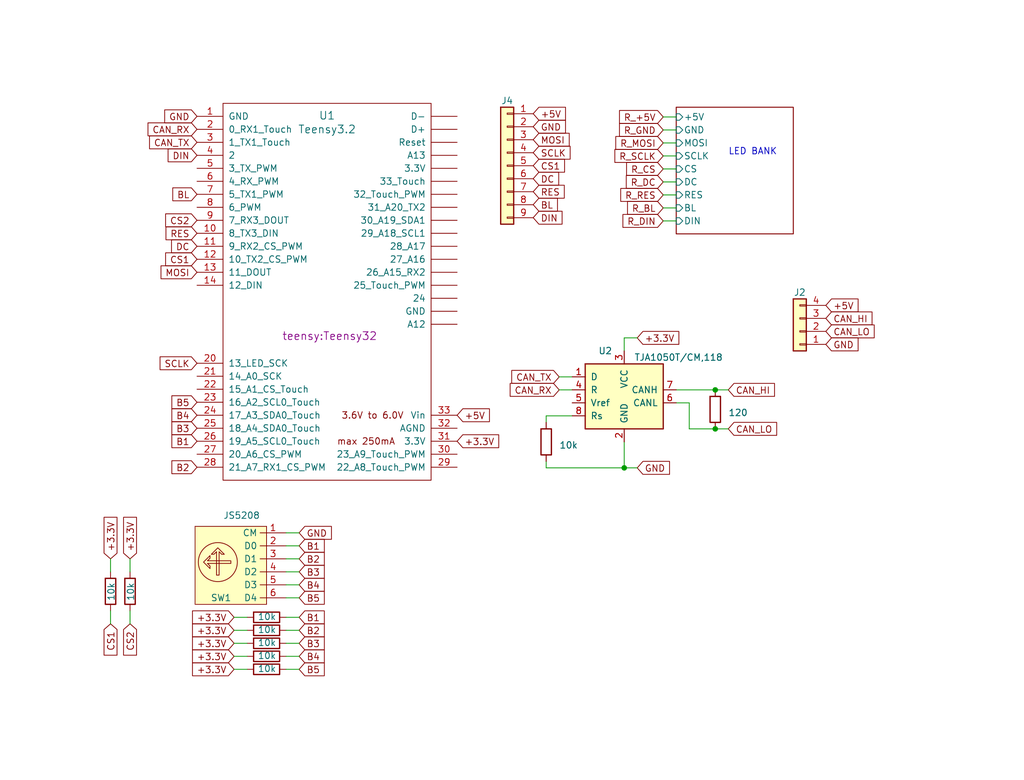
<source format=kicad_sch>
(kicad_sch (version 20230121) (generator eeschema)
  (paper "User" 200 152.4)
  (lib_symbols
    (symbol "Connector_Generic:Conn_01x04" (pin_names (offset 1.016) hide)
      (property "Reference" "J" (at 0 5.08 0))
      (property "Value" "Conn_01x04" (at 0 -7.62 0))
      (symbol "Conn_01x04_1_1"
        (rectangle (start -1.27 -4.953) (end 0 -5.207) (stroke (width 0.1524)))
        (rectangle (start -1.27 -2.413) (end 0 -2.667) (stroke (width 0.1524)))
        (rectangle (start -1.27 0.127) (end 0 -0.127) (stroke (width 0.1524)))
        (rectangle (start -1.27 2.667) (end 0 2.413) (stroke (width 0.1524)))
        (rectangle (start -1.27 3.81) (end 1.27 -6.35) (stroke (width 0.254)) (fill (type background)))
        (pin passive line (at -5.08 2.54 0) (length 3.81) (name "Pin_1") (number "1"))
        (pin passive line (at -5.08 0 0) (length 3.81) (name "Pin_2") (number "2"))
        (pin passive line (at -5.08 -2.54 0) (length 3.81) (name "Pin_3") (number "3"))
        (pin passive line (at -5.08 -5.08 0) (length 3.81) (name "Pin_4") (number "4"))
      )
    )
    (symbol "Connector_Generic:Conn_01x09" (pin_names (offset 1.016) hide)
      (property "Reference" "J" (at 0 12.7 0))
      (property "Value" "Conn_01x09" (at 0 -12.7 0))
      (symbol "Conn_01x09_1_1"
        (rectangle (start -1.27 -10.033) (end 0 -10.287) (stroke (width 0.1524)))
        (rectangle (start -1.27 -7.493) (end 0 -7.747) (stroke (width 0.1524)))
        (rectangle (start -1.27 -4.953) (end 0 -5.207) (stroke (width 0.1524)))
        (rectangle (start -1.27 -2.413) (end 0 -2.667) (stroke (width 0.1524)))
        (rectangle (start -1.27 0.127) (end 0 -0.127) (stroke (width 0.1524)))
        (rectangle (start -1.27 2.667) (end 0 2.413) (stroke (width 0.1524)))
        (rectangle (start -1.27 5.207) (end 0 4.953) (stroke (width 0.1524)))
        (rectangle (start -1.27 7.747) (end 0 7.493) (stroke (width 0.1524)))
        (rectangle (start -1.27 10.287) (end 0 10.033) (stroke (width 0.1524)))
        (rectangle (start -1.27 11.43) (end 1.27 -11.43) (stroke (width 0.254)) (fill (type background)))
        (pin passive line (at -5.08 10.16 0) (length 3.81) (name "Pin_1") (number "1"))
        (pin passive line (at -5.08 7.62 0) (length 3.81) (name "Pin_2") (number "2"))
        (pin passive line (at -5.08 5.08 0) (length 3.81) (name "Pin_3") (number "3"))
        (pin passive line (at -5.08 2.54 0) (length 3.81) (name "Pin_4") (number "4"))
        (pin passive line (at -5.08 0 0) (length 3.81) (name "Pin_5") (number "5"))
        (pin passive line (at -5.08 -2.54 0) (length 3.81) (name "Pin_6") (number "6"))
        (pin passive line (at -5.08 -5.08 0) (length 3.81) (name "Pin_7") (number "7"))
        (pin passive line (at -5.08 -7.62 0) (length 3.81) (name "Pin_8") (number "8"))
        (pin passive line (at -5.08 -10.16 0) (length 3.81) (name "Pin_9") (number "9"))
      )
    )
    (symbol "Device:R" (pin_numbers hide) (pin_names (offset 0))
      (property "Reference" "R" (at 2.032 0 90))
      (property "Value" "R" (at 0 0 90))
      (symbol "R_0_1"
        (rectangle (start -1.016 -2.54) (end 1.016 2.54) (stroke (width 0.254)))
      )
      (symbol "R_1_1"
        (pin passive line (at 0 3.81 270) (length 1.27) (name "~") (number "1"))
        (pin passive line (at 0 -3.81 90) (length 1.27) (name "~") (number "2"))
      )
    )
    (symbol "Interface_CAN_LIN:SN65HVD230" (pin_names (offset 1.016))
      (property "Reference" "U" (at -2.54 10.16 0))
      (property "Value" "SN65HVD230" (at -2.54 7.62 0))
      (symbol "SN65HVD230_0_1"
        (rectangle (start -7.62 5.08) (end 7.62 -7.62) (stroke (width 0.254)) (fill (type background)))
      )
      (symbol "SN65HVD230_1_1"
        (pin input line (at -10.16 2.54 0) (length 2.54) (name "D") (number "1"))
        (pin power_in line (at 0 -10.16 90) (length 2.54) (name "GND") (number "2"))
        (pin power_in line (at 0 7.62 270) (length 2.54) (name "VCC") (number "3"))
        (pin output line (at -10.16 0 0) (length 2.54) (name "R") (number "4"))
        (pin output line (at -10.16 -2.54 0) (length 2.54) (name "Vref") (number "5"))
        (pin bidirectional line (at 10.16 -2.54 180) (length 2.54) (name "CANL") (number "6"))
        (pin bidirectional line (at 10.16 0 180) (length 2.54) (name "CANH") (number "7"))
        (pin input line (at -10.16 -5.08 0) (length 2.54) (name "Rs") (number "8"))
      )
    )
    (symbol "speed_joystick-rescue:Joy_switch-Switch-joystick-rescue"
      (property "Reference" "SW" (at -6.35 8.89 0))
      (property "Value" "joystick-rescue_Joy_switch-Switch" (at -2.54 -10.16 0))
      (symbol "Joy_switch-Switch-joystick-rescue_0_1"
        (rectangle (start -5.08 7.62) (end 8.89 -7.62) (fill (type background)))
        (circle (center -0.635 0.635) (radius 3.81))
        (polyline (pts (xy -0.889 -1.905) (xy -0.889 2.667) (xy -1.397 2.159) (xy -1.905 2.159) (xy -0.635 3.429) (xy 0.635 2.159) (xy 0.127 2.159) (xy -0.381 2.667) (xy -0.381 -1.905) (xy -0.889 -1.905) (xy -0.889 -1.905)))
      )
      (symbol "Joy_switch-Switch-joystick-rescue_1_1"
        (polyline (pts (xy 1.905 0.381) (xy -2.667 0.381) (xy -2.159 -0.127) (xy -2.159 -0.635) (xy -3.429 0.635) (xy -2.159 1.905) (xy -2.159 1.397) (xy -2.667 0.889) (xy 1.905 0.889) (xy 1.905 0.381) (xy 1.905 0.381)))
        (pin passive line (at 12.7 6.35 180) (length 5.08) (name "CM") (number "1"))
        (pin passive line (at 12.7 3.81 180) (length 5.08) (name "D0") (number "2"))
        (pin passive line (at 12.7 1.27 180) (length 5.08) (name "D1") (number "3"))
        (pin passive line (at 12.7 -1.27 180) (length 5.08) (name "D2") (number "4"))
        (pin passive line (at 12.7 -3.81 180) (length 5.08) (name "D3") (number "5"))
        (pin passive line (at 12.7 -6.35 180) (length 5.08) (name "D4") (number "6"))
      )
    )
    (symbol "teensy:Teensy3.2" (pin_names (offset 1.016))
      (property "Reference" "U" (at 0 39.37 0))
      (property "Value" "Teensy3.2" (at 0 -39.37 0))
      (symbol "Teensy3.2_0_0"
        (text "3.6V to 6.0V" (at 8.89 -24.13 0) (effects (font (size 1.27 1.27))))
        (text "max 250mA" (at 7.62 -29.21 0) (effects (font (size 1.27 1.27))))
      )
      (symbol "Teensy3.2_0_1"
        (rectangle (start -20.32 -36.83) (end 20.32 36.83))
      )
      (symbol "Teensy3.2_1_1"
        (pin power_in line (at -25.4 34.29 0) (length 5.08) (name "GND") (number "1"))
        (pin bidirectional line (at -25.4 11.43 0) (length 5.08) (name "8_TX3_DIN") (number "10"))
        (pin bidirectional line (at -25.4 8.89 0) (length 5.08) (name "9_RX2_CS_PWM") (number "11"))
        (pin bidirectional line (at -25.4 6.35 0) (length 5.08) (name "10_TX2_CS_PWM") (number "12"))
        (pin bidirectional line (at -25.4 3.81 0) (length 5.08) (name "11_DOUT") (number "13"))
        (pin bidirectional line (at -25.4 1.27 0) (length 5.08) (name "12_DIN") (number "14"))
        (pin bidirectional line (at -25.4 31.75 0) (length 5.08) (name "0_RX1_Touch") (number "2"))
        (pin bidirectional line (at -25.4 -13.97 0) (length 5.08) (name "13_LED_SCK") (number "20"))
        (pin bidirectional line (at -25.4 -16.51 0) (length 5.08) (name "14_A0_SCK") (number "21"))
        (pin bidirectional line (at -25.4 -19.05 0) (length 5.08) (name "15_A1_CS_Touch") (number "22"))
        (pin bidirectional line (at -25.4 -21.59 0) (length 5.08) (name "16_A2_SCL0_Touch") (number "23"))
        (pin bidirectional line (at -25.4 -24.13 0) (length 5.08) (name "17_A3_SDA0_Touch") (number "24"))
        (pin bidirectional line (at -25.4 -26.67 0) (length 5.08) (name "18_A4_SDA0_Touch") (number "25"))
        (pin bidirectional line (at -25.4 -29.21 0) (length 5.08) (name "19_A5_SCL0_Touch") (number "26"))
        (pin bidirectional line (at -25.4 -31.75 0) (length 5.08) (name "20_A6_CS_PWM") (number "27"))
        (pin bidirectional line (at -25.4 -34.29 0) (length 5.08) (name "21_A7_RX1_CS_PWM") (number "28"))
        (pin bidirectional line (at 25.4 -34.29 180) (length 5.08) (name "22_A8_Touch_PWM") (number "29"))
        (pin bidirectional line (at -25.4 29.21 0) (length 5.08) (name "1_TX1_Touch") (number "3"))
        (pin bidirectional line (at 25.4 -31.75 180) (length 5.08) (name "23_A9_Touch_PWM") (number "30"))
        (pin power_out line (at 25.4 -29.21 180) (length 5.08) (name "3.3V") (number "31"))
        (pin power_out line (at 25.4 -26.67 180) (length 5.08) (name "AGND") (number "32"))
        (pin power_in line (at 25.4 -24.13 180) (length 5.08) (name "Vin") (number "33"))
        (pin bidirectional line (at -25.4 26.67 0) (length 5.08) (name "2") (number "4"))
        (pin bidirectional line (at -25.4 24.13 0) (length 5.08) (name "3_TX_PWM") (number "5"))
        (pin bidirectional line (at -25.4 21.59 0) (length 5.08) (name "4_RX_PWM") (number "6"))
        (pin bidirectional line (at -25.4 19.05 0) (length 5.08) (name "5_TX1_PWM") (number "7"))
        (pin bidirectional line (at -25.4 16.51 0) (length 5.08) (name "6_PWM") (number "8"))
        (pin bidirectional line (at -25.4 13.97 0) (length 5.08) (name "7_RX3_DOUT") (number "9"))
        (pin bidirectional line (at 25.4 -1.27 180) (length 5.08) (name "24") (number "~"))
        (pin bidirectional line (at 25.4 1.27 180) (length 5.08) (name "25_Touch_PWM") (number "~"))
        (pin bidirectional line (at 25.4 3.81 180) (length 5.08) (name "26_A15_RX2") (number "~"))
        (pin bidirectional line (at 25.4 6.35 180) (length 5.08) (name "27_A16") (number "~"))
        (pin bidirectional line (at 25.4 8.89 180) (length 5.08) (name "28_A17") (number "~"))
        (pin bidirectional line (at 25.4 11.43 180) (length 5.08) (name "29_A18_SCL1") (number "~"))
        (pin power_out line (at 25.4 24.13 180) (length 5.08) (name "3.3V") (number "~"))
        (pin bidirectional line (at 25.4 13.97 180) (length 5.08) (name "30_A19_SDA1") (number "~"))
        (pin bidirectional line (at 25.4 16.51 180) (length 5.08) (name "31_A20_TX2") (number "~"))
        (pin bidirectional line (at 25.4 19.05 180) (length 5.08) (name "32_Touch_PWM") (number "~"))
        (pin bidirectional line (at 25.4 21.59 180) (length 5.08) (name "33_Touch") (number "~"))
        (pin bidirectional line (at 25.4 -6.35 180) (length 5.08) (name "A12") (number "~"))
        (pin bidirectional line (at 25.4 26.67 180) (length 5.08) (name "A13") (number "~"))
        (pin bidirectional line (at 25.4 31.75 180) (length 5.08) (name "D+") (number "~"))
        (pin bidirectional line (at 25.4 34.29 180) (length 5.08) (name "D-") (number "~"))
        (pin power_in line (at 25.4 -3.81 180) (length 5.08) (name "GND") (number "~"))
        (pin input line (at 25.4 29.21 180) (length 5.08) (name "Reset") (number "~"))
      )
    )
  )
  (junction (at 121.92 91.44))
  (junction (at 139.7 83.82))
  (junction (at 139.7 76.2))
  (wire (pts (xy 139.7 76.2) (xy 142.24 76.2)))
  (wire (pts (xy 129.54 25.4) (xy 132.08 25.4)))
  (wire (pts (xy 109.22 73.66) (xy 111.76 73.66)))
  (wire (pts (xy 139.7 83.82) (xy 142.24 83.82)))
  (wire (pts (xy 45.72 128.27) (xy 48.26 128.27)))
  (wire (pts (xy 55.88 130.81) (xy 58.42 130.81)))
  (wire (pts (xy 129.54 30.48) (xy 132.08 30.48)))
  (wire (pts (xy 58.42 109.22) (xy 55.88 109.22)))
  (wire (pts (xy 106.68 91.44) (xy 121.92 91.44)))
  (wire (pts (xy 124.46 66.04) (xy 121.92 66.04)))
  (wire (pts (xy 106.68 81.28) (xy 111.76 81.28)))
  (wire (pts (xy 109.22 76.2) (xy 111.76 76.2)))
  (wire (pts (xy 45.72 123.19) (xy 48.26 123.19)))
  (wire (pts (xy 129.54 38.1) (xy 132.08 38.1)))
  (wire (pts (xy 121.92 86.36) (xy 121.92 91.44)))
  (wire (pts (xy 121.92 66.04) (xy 121.92 68.58)))
  (wire (pts (xy 25.4 109.22) (xy 25.4 111.76)))
  (wire (pts (xy 106.68 90.17) (xy 106.68 91.44)))
  (wire (pts (xy 55.88 120.65) (xy 58.42 120.65)))
  (wire (pts (xy 45.72 130.81) (xy 48.26 130.81)))
  (wire (pts (xy 134.62 78.74) (xy 134.62 83.82)))
  (wire (pts (xy 55.88 123.19) (xy 58.42 123.19)))
  (wire (pts (xy 129.54 22.86) (xy 132.08 22.86)))
  (wire (pts (xy 25.4 119.38) (xy 25.4 121.92)))
  (wire (pts (xy 55.88 128.27) (xy 58.42 128.27)))
  (wire (pts (xy 58.42 104.14) (xy 55.88 104.14)))
  (wire (pts (xy 58.42 114.3) (xy 55.88 114.3)))
  (wire (pts (xy 134.62 83.82) (xy 139.7 83.82)))
  (wire (pts (xy 58.42 106.68) (xy 55.88 106.68)))
  (wire (pts (xy 21.59 109.22) (xy 21.59 111.76)))
  (wire (pts (xy 58.42 111.76) (xy 55.88 111.76)))
  (wire (pts (xy 58.42 116.84) (xy 55.88 116.84)))
  (wire (pts (xy 106.68 81.28) (xy 106.68 82.55)))
  (wire (pts (xy 129.54 40.64) (xy 132.08 40.64)))
  (wire (pts (xy 129.54 35.56) (xy 132.08 35.56)))
  (wire (pts (xy 129.54 27.94) (xy 132.08 27.94)))
  (wire (pts (xy 124.46 91.44) (xy 121.92 91.44)))
  (wire (pts (xy 132.08 76.2) (xy 139.7 76.2)))
  (wire (pts (xy 132.08 78.74) (xy 134.62 78.74)))
  (wire (pts (xy 45.72 120.65) (xy 48.26 120.65)))
  (wire (pts (xy 45.72 125.73) (xy 48.26 125.73)))
  (wire (pts (xy 129.54 33.02) (xy 132.08 33.02)))
  (wire (pts (xy 21.59 119.38) (xy 21.59 121.92)))
  (wire (pts (xy 55.88 125.73) (xy 58.42 125.73)))
  (wire (pts (xy 129.54 43.18) (xy 132.08 43.18)))
  (text "LED BANK" (at 142.24 30.48 0) (effects (font (size 1.27 1.27)) (justify left bottom)))
  (global_label "B3" (shape input) (at 38.481 83.693 180) (property "Intersheetrefs" "${INTERSHEET_REFS}" (effects hide)))
  (global_label "CS2" (shape input) (at 38.481 43.053 180) (property "Intersheetrefs" "${INTERSHEET_REFS}" (effects hide)))
  (global_label "SCLK" (shape input) (at 104.14 29.845 0) (property "Intersheetrefs" "${INTERSHEET_REFS}" (effects hide)))
  (global_label "CS2" (shape input) (at 25.4 121.92 270) (property "Intersheetrefs" "${INTERSHEET_REFS}" (effects hide)))
  (global_label "+5V" (shape input) (at 104.14 22.225 0) (property "Intersheetrefs" "${INTERSHEET_REFS}" (effects hide)))
  (global_label "DC" (shape input) (at 38.481 48.133 180) (property "Intersheetrefs" "${INTERSHEET_REFS}" (effects hide)))
  (global_label "GND" (shape input) (at 104.14 24.765 0) (property "Intersheetrefs" "${INTERSHEET_REFS}" (effects hide)))
  (global_label "B3" (shape input) (at 58.42 111.76 0) (property "Intersheetrefs" "${INTERSHEET_REFS}" (effects hide)))
  (global_label "R_DC" (shape input) (at 129.54 35.56 180) (property "Intersheetrefs" "${INTERSHEET_REFS}" (effects hide)))
  (global_label "+3.3V" (shape input) (at 21.59 109.22 90) (property "Intersheetrefs" "${INTERSHEET_REFS}" (effects hide)))
  (global_label "B2" (shape input) (at 58.42 123.19 0) (property "Intersheetrefs" "${INTERSHEET_REFS}" (effects hide)))
  (global_label "CAN_LO" (shape input) (at 142.24 83.82 0) (property "Intersheetrefs" "${INTERSHEET_REFS}" (effects hide)))
  (global_label "GND" (shape input) (at 38.481 22.733 180) (property "Intersheetrefs" "${INTERSHEET_REFS}" (effects hide)))
  (global_label "R_MOSI" (shape input) (at 129.54 27.94 180) (property "Intersheetrefs" "${INTERSHEET_REFS}" (effects hide)))
  (global_label "CS1" (shape input) (at 38.481 50.673 180) (property "Intersheetrefs" "${INTERSHEET_REFS}" (effects hide)))
  (global_label "RES" (shape input) (at 104.14 37.465 0) (property "Intersheetrefs" "${INTERSHEET_REFS}" (effects hide)))
  (global_label "BL" (shape input) (at 38.481 37.973 180) (property "Intersheetrefs" "${INTERSHEET_REFS}" (effects hide)))
  (global_label "B5" (shape input) (at 58.42 116.84 0) (property "Intersheetrefs" "${INTERSHEET_REFS}" (effects hide)))
  (global_label "+5V" (shape input) (at 161.29 59.69 0) (property "Intersheetrefs" "${INTERSHEET_REFS}" (effects hide)))
  (global_label "DC" (shape input) (at 104.14 34.925 0) (property "Intersheetrefs" "${INTERSHEET_REFS}" (effects hide)))
  (global_label "R_SCLK" (shape input) (at 129.54 30.48 180) (property "Intersheetrefs" "${INTERSHEET_REFS}" (effects hide)))
  (global_label "R_DIN" (shape input) (at 129.54 43.18 180) (property "Intersheetrefs" "${INTERSHEET_REFS}" (effects hide)))
  (global_label "B1" (shape input) (at 58.42 106.68 0) (property "Intersheetrefs" "${INTERSHEET_REFS}" (effects hide)))
  (global_label "R_+5V" (shape input) (at 129.54 22.86 180) (property "Intersheetrefs" "${INTERSHEET_REFS}" (effects hide)))
  (global_label "B1" (shape input) (at 58.42 120.65 0) (property "Intersheetrefs" "${INTERSHEET_REFS}" (effects hide)))
  (global_label "DIN" (shape input) (at 104.14 42.545 0) (property "Intersheetrefs" "${INTERSHEET_REFS}" (effects hide)))
  (global_label "B4" (shape input) (at 38.481 81.153 180) (property "Intersheetrefs" "${INTERSHEET_REFS}" (effects hide)))
  (global_label "+3.3V" (shape input) (at 124.46 66.04 0) (property "Intersheetrefs" "${INTERSHEET_REFS}" (effects hide)))
  (global_label "+3.3V" (shape input) (at 45.72 125.73 180) (property "Intersheetrefs" "${INTERSHEET_REFS}" (effects hide)))
  (global_label "+3.3V" (shape input) (at 45.72 123.19 180) (property "Intersheetrefs" "${INTERSHEET_REFS}" (effects hide)))
  (global_label "GND" (shape input) (at 58.42 104.14 0) (property "Intersheetrefs" "${INTERSHEET_REFS}" (effects hide)))
  (global_label "CAN_TX" (shape input) (at 38.481 27.813 180) (property "Intersheetrefs" "${INTERSHEET_REFS}" (effects hide)))
  (global_label "+3.3V" (shape input) (at 45.72 120.65 180) (property "Intersheetrefs" "${INTERSHEET_REFS}" (effects hide)))
  (global_label "CAN_LO" (shape input) (at 161.29 64.77 0) (property "Intersheetrefs" "${INTERSHEET_REFS}" (effects hide)))
  (global_label "R_BL" (shape input) (at 129.54 40.64 180) (property "Intersheetrefs" "${INTERSHEET_REFS}" (effects hide)))
  (global_label "CS1" (shape input) (at 104.14 32.385 0) (property "Intersheetrefs" "${INTERSHEET_REFS}" (effects hide)))
  (global_label "CAN_HI" (shape input) (at 161.29 62.23 0) (property "Intersheetrefs" "${INTERSHEET_REFS}" (effects hide)))
  (global_label "B3" (shape input) (at 58.42 125.73 0) (property "Intersheetrefs" "${INTERSHEET_REFS}" (effects hide)))
  (global_label "SCLK" (shape input) (at 38.481 70.993 180) (property "Intersheetrefs" "${INTERSHEET_REFS}" (effects hide)))
  (global_label "+3.3V" (shape input) (at 45.72 128.27 180) (property "Intersheetrefs" "${INTERSHEET_REFS}" (effects hide)))
  (global_label "R_CS" (shape input) (at 129.54 33.02 180) (property "Intersheetrefs" "${INTERSHEET_REFS}" (effects hide)))
  (global_label "CAN_HI" (shape input) (at 142.24 76.2 0) (property "Intersheetrefs" "${INTERSHEET_REFS}" (effects hide)))
  (global_label "R_RES" (shape input) (at 129.54 38.1 180) (property "Intersheetrefs" "${INTERSHEET_REFS}" (effects hide)))
  (global_label "CAN_RX" (shape input) (at 38.481 25.273 180) (property "Intersheetrefs" "${INTERSHEET_REFS}" (effects hide)))
  (global_label "+3.3V" (shape input) (at 25.4 109.22 90) (property "Intersheetrefs" "${INTERSHEET_REFS}" (effects hide)))
  (global_label "GND" (shape input) (at 161.29 67.31 0) (property "Intersheetrefs" "${INTERSHEET_REFS}" (effects hide)))
  (global_label "B5" (shape input) (at 38.481 78.613 180) (property "Intersheetrefs" "${INTERSHEET_REFS}" (effects hide)))
  (global_label "+5V" (shape input) (at 89.281 81.153 0) (property "Intersheetrefs" "${INTERSHEET_REFS}" (effects hide)))
  (global_label "CS1" (shape input) (at 21.59 121.92 270) (property "Intersheetrefs" "${INTERSHEET_REFS}" (effects hide)))
  (global_label "CAN_TX" (shape input) (at 109.22 73.66 180) (property "Intersheetrefs" "${INTERSHEET_REFS}" (effects hide)))
  (global_label "RES" (shape input) (at 38.481 45.593 180) (property "Intersheetrefs" "${INTERSHEET_REFS}" (effects hide)))
  (global_label "B2" (shape input) (at 38.481 91.313 180) (property "Intersheetrefs" "${INTERSHEET_REFS}" (effects hide)))
  (global_label "DIN" (shape input) (at 38.481 30.353 180) (property "Intersheetrefs" "${INTERSHEET_REFS}" (effects hide)))
  (global_label "B4" (shape input) (at 58.42 128.27 0) (property "Intersheetrefs" "${INTERSHEET_REFS}" (effects hide)))
  (global_label "MOSI" (shape input) (at 38.481 53.213 180) (property "Intersheetrefs" "${INTERSHEET_REFS}" (effects hide)))
  (global_label "R_GND" (shape input) (at 129.54 25.4 180) (property "Intersheetrefs" "${INTERSHEET_REFS}" (effects hide)))
  (global_label "+3.3V" (shape input) (at 89.281 86.233 0) (property "Intersheetrefs" "${INTERSHEET_REFS}" (effects hide)))
  (global_label "+3.3V" (shape input) (at 45.72 130.81 180) (property "Intersheetrefs" "${INTERSHEET_REFS}" (effects hide)))
  (global_label "MOSI" (shape input) (at 104.14 27.305 0) (property "Intersheetrefs" "${INTERSHEET_REFS}" (effects hide)))
  (global_label "B5" (shape input) (at 58.42 130.81 0) (property "Intersheetrefs" "${INTERSHEET_REFS}" (effects hide)))
  (global_label "BL" (shape input) (at 104.14 40.005 0) (property "Intersheetrefs" "${INTERSHEET_REFS}" (effects hide)))
  (global_label "B1" (shape input) (at 38.481 86.233 180) (property "Intersheetrefs" "${INTERSHEET_REFS}" (effects hide)))
  (global_label "B4" (shape input) (at 58.42 114.3 0) (property "Intersheetrefs" "${INTERSHEET_REFS}" (effects hide)))
  (global_label "B2" (shape input) (at 58.42 109.22 0) (property "Intersheetrefs" "${INTERSHEET_REFS}" (effects hide)))
  (global_label "CAN_RX" (shape input) (at 109.22 76.2 180) (property "Intersheetrefs" "${INTERSHEET_REFS}" (effects hide)))
  (global_label "GND" (shape input) (at 124.46 91.44 0) (property "Intersheetrefs" "${INTERSHEET_REFS}" (effects hide)))
  (symbol (lib_id "teensy:Teensy3.2") (at 63.881 57.023 0) (unit 1) (in_bom no)
    (property "Reference" "U1" (at 63.881 22.5806 0) (effects (font (size 1.524 1.524))))
    (property "Value" "Teensy3.2" (at 63.881 25.273 0) (effects (font (size 1.524 1.524))))
    (property "Footprint" "teensy:Teensy32" (at 64.389 65.659 0) (effects (font (size 1.524 1.524))))
  )
  (symbol (lib_id "speed_joystick-rescue:Joy_switch-Switch-joystick-rescue") (at 43.18 110.49 0) (unit 1)
    (property "Reference" "SW1" (at 43.18 116.84 0))
    (property "Value" "JS5208" (at 47.1932 100.7364 0))
    (property "Footprint" "JS5208:SW_JS5208" (effects hide))
    (property "Datasheet" "https://www.mouser.com/datasheet/2/140/ESCH_S_A0000009704_1-2545029.pdf" (effects hide))
    (property "LCSC" "C3029619" (effects hide))
  )
  (symbol (lib_id "Device:R") (at 52.07 120.65 90) (unit 1)
    (property "Reference" "R6" (effects hide))
    (property "Value" "10k" (at 53.975 120.523 90) (effects (justify left)))
    (property "Footprint" "Resistor_SMD:R_0805_2012Metric" (effects hide))
    (property "Datasheet" "https://www.mouser.com/ProductDetail/ROHM-Semiconductor/ESR10EZPF5102?qs=DyUWGjl%252BcVsMTSBF51O24w%3D%3D" (effects hide))
    (property "P/N" "755-ESR10EZPF5102" (effects hide))
    (property "Group#" "11" (effects hide))
    (property "LCSC" "C25804" (effects hide))
  )
  (symbol (lib_id "Connector_Generic:Conn_01x09") (at 99.06 32.385 0) (mirror y) (unit 1) (in_bom no)
    (property "Reference" "J4" (at 99.06 19.685 0))
    (property "Value" "Conn_01x09" (effects hide))
    (property "Footprint" "Connector_PinSocket_2.54mm:PinSocket_1x09_P2.54mm_Vertical" (effects hide))
  )
  (symbol (lib_id "Device:R") (at 106.68 86.36 0) (unit 1)
    (property "Reference" "R3" (effects hide))
    (property "Value" "10k" (at 109.22 86.995 0) (effects (justify left)))
    (property "Footprint" "Resistor_SMD:R_0805_2012Metric" (effects hide))
    (property "LCSC" "C25804" (effects hide))
  )
  (symbol (lib_id "Device:R") (at 139.7 80.01 180) (unit 1)
    (property "Reference" "R7" (effects hide))
    (property "Value" "120" (at 142.24 80.645 0) (effects (justify right)))
    (property "Footprint" "Resistor_SMD:R_0805_2012Metric" (effects hide))
    (property "LCSC" "C17437" (effects hide))
  )
  (symbol (lib_id "Device:R") (at 21.59 115.57 0) (unit 1)
    (property "Reference" "R9" (effects hide))
    (property "Value" "10k" (at 21.717 117.475 90) (effects (justify left)))
    (property "Footprint" "Resistor_SMD:R_0805_2012Metric" (effects hide))
    (property "Datasheet" "https://www.mouser.com/ProductDetail/ROHM-Semiconductor/ESR10EZPF5102?qs=DyUWGjl%252BcVsMTSBF51O24w%3D%3D" (effects hide))
    (property "P/N" "755-ESR10EZPF5102" (effects hide))
    (property "Group#" "11" (effects hide))
    (property "LCSC" "C25804" (effects hide))
  )
  (symbol (lib_id "Device:R") (at 52.07 125.73 90) (unit 1)
    (property "Reference" "R4" (effects hide))
    (property "Value" "10k" (at 53.975 125.603 90) (effects (justify left)))
    (property "Footprint" "Resistor_SMD:R_0805_2012Metric" (effects hide))
    (property "Datasheet" "https://www.mouser.com/ProductDetail/ROHM-Semiconductor/ESR10EZPF5102?qs=DyUWGjl%252BcVsMTSBF51O24w%3D%3D" (effects hide))
    (property "P/N" "755-ESR10EZPF5102" (effects hide))
    (property "Group#" "11" (effects hide))
    (property "LCSC" "C25804" (effects hide))
  )
  (symbol (lib_id "Device:R") (at 52.07 128.27 90) (unit 1)
    (property "Reference" "R2" (effects hide))
    (property "Value" "10k" (at 53.975 128.143 90) (effects (justify left)))
    (property "Footprint" "Resistor_SMD:R_0805_2012Metric" (effects hide))
    (property "Datasheet" "https://www.mouser.com/ProductDetail/ROHM-Semiconductor/ESR10EZPF5102?qs=DyUWGjl%252BcVsMTSBF51O24w%3D%3D" (effects hide))
    (property "P/N" "755-ESR10EZPF5102" (effects hide))
    (property "Group#" "11" (effects hide))
    (property "LCSC" "C25804" (effects hide))
  )
  (symbol (lib_id "Interface_CAN_LIN:SN65HVD230") (at 121.92 76.2 0) (unit 1)
    (property "Reference" "U2" (at 116.84 68.58 0) (effects (justify left)))
    (property "Value" "TJA1050T/CM,118" (at 123.8759 69.85 0) (effects (justify left)))
    (property "Footprint" "Package_SO:SOIC-8_3.9x4.9mm_P1.27mm" (effects hide))
    (property "Datasheet" "https://jlcpcb.com/partdetail/NxpSemicon-TJA1050T_CM118/C6952#:~:text=Datasheet-,Download,-Source" (effects hide))
    (property "LCSC" "C6952" (effects hide))
  )
  (symbol (lib_id "Connector_Generic:Conn_01x04") (at 156.21 64.77 180) (unit 1) (in_bom no)
    (property "Reference" "J2" (at 156.21 57.15 0))
    (property "Value" "Conn_01x04" (effects hide))
    (property "Footprint" "4pin:my_4_tab_edge" (effects hide))
  )
  (symbol (lib_id "Device:R") (at 25.4 115.57 0) (unit 1)
    (property "Reference" "R10" (effects hide))
    (property "Value" "10k" (at 25.527 117.475 90) (effects (justify left)))
    (property "Footprint" "Resistor_SMD:R_0805_2012Metric" (effects hide))
    (property "Datasheet" "https://www.mouser.com/ProductDetail/ROHM-Semiconductor/ESR10EZPF5102?qs=DyUWGjl%252BcVsMTSBF51O24w%3D%3D" (effects hide))
    (property "P/N" "755-ESR10EZPF5102" (effects hide))
    (property "Group#" "11" (effects hide))
    (property "LCSC" "C25804" (effects hide))
  )
  (symbol (lib_id "Device:R") (at 52.07 130.81 90) (unit 1)
    (property "Reference" "R1" (effects hide))
    (property "Value" "10k" (at 53.975 130.683 90) (effects (justify left)))
    (property "Footprint" "Resistor_SMD:R_0805_2012Metric" (effects hide))
    (property "Datasheet" "https://www.mouser.com/ProductDetail/ROHM-Semiconductor/ESR10EZPF5102?qs=DyUWGjl%252BcVsMTSBF51O24w%3D%3D" (effects hide))
    (property "P/N" "755-ESR10EZPF5102" (effects hide))
    (property "Group#" "11" (effects hide))
    (property "LCSC" "C25804" (effects hide))
  )
  (symbol (lib_id "Device:R") (at 52.07 123.19 90) (unit 1)
    (property "Reference" "R5" (effects hide))
    (property "Value" "10k" (at 53.975 123.063 90) (effects (justify left)))
    (property "Footprint" "Resistor_SMD:R_0805_2012Metric" (effects hide))
    (property "Datasheet" "https://www.mouser.com/ProductDetail/ROHM-Semiconductor/ESR10EZPF5102?qs=DyUWGjl%252BcVsMTSBF51O24w%3D%3D" (effects hide))
    (property "P/N" "755-ESR10EZPF5102" (effects hide))
    (property "Group#" "11" (effects hide))
    (property "LCSC" "C25804" (effects hide))
  )
  (sheet (at 132.08 20.955) (size 22.86 24.765) (stroke (width 0.1524))
    (property "Sheetname" "LEDs" (effects hide))
    (property "Sheetfile" "untitled.kicad_sch" (effects hide))
    (pin "+5V" input (at 132.08 22.86 180))
    (pin "GND" input (at 132.08 25.4 180))
    (pin "DIN" input (at 132.08 43.18 180))
    (pin "MOSI" input (at 132.08 27.94 180))
    (pin "RES" input (at 132.08 38.1 180))
    (pin "BL" input (at 132.08 40.64 180))
    (pin "SCLK" input (at 132.08 30.48 180))
    (pin "CS" input (at 132.08 33.02 180))
    (pin "DC" input (at 132.08 35.56 180))
  )
)
</source>
